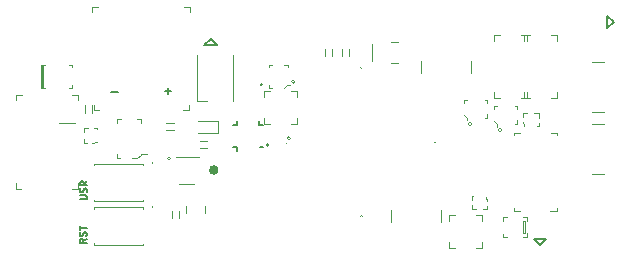
<source format=gbr>
G04 #@! TF.GenerationSoftware,KiCad,Pcbnew,5.1.4+dfsg1-1~bpo10+1*
G04 #@! TF.CreationDate,2020-01-10T16:49:25+01:00*
G04 #@! TF.ProjectId,quicklogic-quick-feather-board,71756963-6b6c-46f6-9769-632d71756963,rev?*
G04 #@! TF.SameCoordinates,Original*
G04 #@! TF.FileFunction,Legend,Top*
G04 #@! TF.FilePolarity,Positive*
%FSLAX46Y46*%
G04 Gerber Fmt 4.6, Leading zero omitted, Abs format (unit mm)*
G04 Created by KiCad (PCBNEW 5.1.4+dfsg1-1~bpo10+1) date 2020-01-10 16:49:25*
%MOMM*%
%LPD*%
G04 APERTURE LIST*
%ADD10C,0.150000*%
%ADD11C,0.120000*%
%ADD12C,0.200000*%
%ADD13C,0.100000*%
%ADD14C,0.400000*%
%ADD15C,0.127000*%
G04 APERTURE END LIST*
D10*
X131766666Y-100750000D02*
X131233333Y-100750000D01*
X136050000Y-100966666D02*
X136050000Y-100433333D01*
X136316666Y-100700000D02*
X135783333Y-100700000D01*
X129151428Y-113218571D02*
X128865714Y-113418571D01*
X129151428Y-113561428D02*
X128551428Y-113561428D01*
X128551428Y-113332857D01*
X128580000Y-113275714D01*
X128608571Y-113247142D01*
X128665714Y-113218571D01*
X128751428Y-113218571D01*
X128808571Y-113247142D01*
X128837142Y-113275714D01*
X128865714Y-113332857D01*
X128865714Y-113561428D01*
X129122857Y-112990000D02*
X129151428Y-112904285D01*
X129151428Y-112761428D01*
X129122857Y-112704285D01*
X129094285Y-112675714D01*
X129037142Y-112647142D01*
X128980000Y-112647142D01*
X128922857Y-112675714D01*
X128894285Y-112704285D01*
X128865714Y-112761428D01*
X128837142Y-112875714D01*
X128808571Y-112932857D01*
X128780000Y-112961428D01*
X128722857Y-112990000D01*
X128665714Y-112990000D01*
X128608571Y-112961428D01*
X128580000Y-112932857D01*
X128551428Y-112875714D01*
X128551428Y-112732857D01*
X128580000Y-112647142D01*
X128551428Y-112475714D02*
X128551428Y-112132857D01*
X129151428Y-112304285D02*
X128551428Y-112304285D01*
X128571428Y-109887142D02*
X129057142Y-109887142D01*
X129114285Y-109858571D01*
X129142857Y-109830000D01*
X129171428Y-109772857D01*
X129171428Y-109658571D01*
X129142857Y-109601428D01*
X129114285Y-109572857D01*
X129057142Y-109544285D01*
X128571428Y-109544285D01*
X129142857Y-109287142D02*
X129171428Y-109201428D01*
X129171428Y-109058571D01*
X129142857Y-109001428D01*
X129114285Y-108972857D01*
X129057142Y-108944285D01*
X129000000Y-108944285D01*
X128942857Y-108972857D01*
X128914285Y-109001428D01*
X128885714Y-109058571D01*
X128857142Y-109172857D01*
X128828571Y-109230000D01*
X128800000Y-109258571D01*
X128742857Y-109287142D01*
X128685714Y-109287142D01*
X128628571Y-109258571D01*
X128600000Y-109230000D01*
X128571428Y-109172857D01*
X128571428Y-109030000D01*
X128600000Y-108944285D01*
X129171428Y-108344285D02*
X128885714Y-108544285D01*
X129171428Y-108687142D02*
X128571428Y-108687142D01*
X128571428Y-108458571D01*
X128600000Y-108401428D01*
X128628571Y-108372857D01*
X128685714Y-108344285D01*
X128771428Y-108344285D01*
X128828571Y-108372857D01*
X128857142Y-108401428D01*
X128885714Y-108458571D01*
X128885714Y-108687142D01*
D11*
X172911000Y-103523000D02*
X171911000Y-103523000D01*
X172911000Y-107763000D02*
X171911000Y-107763000D01*
D10*
X167526000Y-113728000D02*
X168051000Y-113203000D01*
X167001000Y-113203000D02*
X167526000Y-113728000D01*
X168051000Y-113203000D02*
X167001000Y-113203000D01*
D12*
X143980000Y-100170000D02*
G75*
G03X143980000Y-100170000I-70000J0D01*
G01*
D13*
X146780000Y-99940000D02*
G75*
G03X146780000Y-99940000I-150000J0D01*
G01*
X144605000Y-98465000D02*
X144855000Y-98465000D01*
X144605000Y-100415000D02*
X144855000Y-100415000D01*
X146105000Y-100215000D02*
X146330000Y-100215000D01*
X145880000Y-100415000D02*
X146105000Y-100215000D01*
X146155000Y-98490000D02*
X145805000Y-98490000D01*
X146155000Y-98665000D02*
X146155000Y-98490000D01*
X144605000Y-98665000D02*
X144605000Y-98465000D01*
X144605000Y-100415000D02*
X144605000Y-100215000D01*
X161740000Y-103480000D02*
G75*
G03X161740000Y-103480000I-150000J0D01*
G01*
X163065000Y-101455000D02*
X163065000Y-101705000D01*
X161115000Y-101455000D02*
X161115000Y-101705000D01*
X161315000Y-102955000D02*
X161315000Y-103180000D01*
X161115000Y-102730000D02*
X161315000Y-102955000D01*
X163040000Y-103005000D02*
X163040000Y-102655000D01*
X162865000Y-103005000D02*
X163040000Y-103005000D01*
X162865000Y-101455000D02*
X163065000Y-101455000D01*
X161115000Y-101455000D02*
X161315000Y-101455000D01*
X164290000Y-104010000D02*
G75*
G03X164290000Y-104010000I-150000J0D01*
G01*
X165615000Y-101985000D02*
X165615000Y-102235000D01*
X163665000Y-101985000D02*
X163665000Y-102235000D01*
X163865000Y-103485000D02*
X163865000Y-103710000D01*
X163665000Y-103260000D02*
X163865000Y-103485000D01*
X165590000Y-103535000D02*
X165590000Y-103185000D01*
X165415000Y-103535000D02*
X165590000Y-103535000D01*
X165415000Y-101985000D02*
X165615000Y-101985000D01*
X163665000Y-101985000D02*
X163865000Y-101985000D01*
X136260000Y-106400000D02*
G75*
G03X136260000Y-106400000I-150000J0D01*
G01*
D11*
X136735000Y-106250000D02*
X138635000Y-106250000D01*
X136960000Y-108550000D02*
X138260000Y-108550000D01*
D14*
X140100000Y-107400000D02*
G75*
G03X140100000Y-107400000I-200000J0D01*
G01*
D13*
X129619100Y-93550000D02*
X129619100Y-94050000D01*
X129619100Y-93550000D02*
X130119100Y-93550000D01*
X137919100Y-93550000D02*
X137419100Y-93550000D01*
X137919100Y-93550000D02*
X137919100Y-94050000D01*
X137819100Y-102350000D02*
X137319100Y-102350000D01*
X137819100Y-102350000D02*
X137819100Y-101850000D01*
X129719100Y-102350000D02*
X130219100Y-102350000D01*
X129719100Y-102350000D02*
X129719100Y-101850000D01*
X128370000Y-101003600D02*
X127870000Y-101003600D01*
X128370000Y-101003600D02*
X128370000Y-101503600D01*
X123120000Y-101003600D02*
X123670000Y-101003600D01*
X123120000Y-101003600D02*
X123120000Y-101503600D01*
X128120000Y-103403600D02*
X126820000Y-103403600D01*
X128370000Y-109003600D02*
X127870000Y-109003600D01*
X128370000Y-109003600D02*
X128370000Y-108503600D01*
X123120000Y-109003600D02*
X123620000Y-109003600D01*
X123120000Y-109003600D02*
X123120000Y-108503600D01*
X125475000Y-98475000D02*
X125475000Y-100425000D01*
X125375000Y-98475000D02*
X125375000Y-100425000D01*
X127925000Y-98475000D02*
X127925000Y-98700000D01*
X127625000Y-98475000D02*
X127925000Y-98475000D01*
X127925000Y-100425000D02*
X127675000Y-100425000D01*
X127925000Y-100175000D02*
X127925000Y-100425000D01*
X125275000Y-98475000D02*
X125275000Y-100425000D01*
X125625000Y-98475000D02*
X125275000Y-98475000D01*
X125625000Y-100425000D02*
X125275000Y-100425000D01*
D11*
X140230000Y-103230000D02*
X138530000Y-103230000D01*
X140230000Y-104030000D02*
X140230000Y-103230000D01*
X140230000Y-104230000D02*
X140230000Y-104030000D01*
X140130000Y-104230000D02*
X140230000Y-104230000D01*
X140030000Y-104230000D02*
X140130000Y-104230000D01*
X140030000Y-104230000D02*
X138530000Y-104230000D01*
X139170000Y-110430000D02*
X139170000Y-111030000D01*
X137570000Y-110410000D02*
X137570000Y-111010000D01*
X128990000Y-102530000D02*
X128990000Y-101930000D01*
X129590000Y-102530000D02*
X129590000Y-101930000D01*
X139350000Y-105500000D02*
X138750000Y-105500000D01*
X139350000Y-104900000D02*
X138750000Y-104900000D01*
X135890000Y-103420000D02*
X136490000Y-103420000D01*
X135890000Y-104020000D02*
X136490000Y-104020000D01*
X136380000Y-111480000D02*
X136380000Y-110880000D01*
X136980000Y-111480000D02*
X136980000Y-110880000D01*
D13*
X155230000Y-96530000D02*
X155530000Y-96530000D01*
X155230000Y-96530000D02*
X154930000Y-96530000D01*
X155230000Y-98330000D02*
X155530000Y-98330000D01*
X155230000Y-98330000D02*
X154930000Y-98330000D01*
X153330000Y-96730000D02*
X153330000Y-98130000D01*
D11*
X149350000Y-97750000D02*
X149350000Y-97150000D01*
X149950000Y-97750000D02*
X149950000Y-97150000D01*
X150740000Y-97750000D02*
X150740000Y-97150000D01*
X151340000Y-97750000D02*
X151340000Y-97150000D01*
D13*
X165360000Y-104243600D02*
X165860000Y-104243600D01*
X165360000Y-104443600D02*
X165360000Y-104243600D01*
X168960000Y-104243600D02*
X168460000Y-104243600D01*
X168960000Y-104443600D02*
X168960000Y-104243600D01*
X168960000Y-110843600D02*
X168360000Y-110843600D01*
X168960000Y-110643600D02*
X168960000Y-110843600D01*
X165360000Y-110643600D02*
X165360000Y-110843600D01*
X165360000Y-110843600D02*
X165860000Y-110843600D01*
D11*
X129730000Y-110550000D02*
X133930000Y-110550000D01*
X129730000Y-110550000D02*
X129730000Y-110670000D01*
X129730000Y-113730000D02*
X129730000Y-113610000D01*
X129730000Y-113750000D02*
X133930000Y-113750000D01*
X133930000Y-113750000D02*
X133930000Y-113650000D01*
X133930000Y-110550000D02*
X133930000Y-110670000D01*
D15*
X134712250Y-110513200D02*
G75*
G03X134712250Y-110513200I-15650J0D01*
G01*
D11*
X129730000Y-106850000D02*
X133930000Y-106850000D01*
X129730000Y-106850000D02*
X129730000Y-106970000D01*
X129730000Y-110030000D02*
X129730000Y-109910000D01*
X129730000Y-110050000D02*
X133930000Y-110050000D01*
X133930000Y-110050000D02*
X133930000Y-109950000D01*
X133930000Y-106850000D02*
X133930000Y-106970000D01*
D15*
X134712250Y-106813200D02*
G75*
G03X134712250Y-106813200I-15650J0D01*
G01*
D10*
X141550000Y-105470000D02*
X141850000Y-105470000D01*
X141850000Y-105470000D02*
X141850000Y-105770000D01*
X141550000Y-103570000D02*
X141850000Y-103570000D01*
X141850000Y-103570000D02*
X141850000Y-103270000D01*
X144050000Y-103570000D02*
X143750000Y-103570000D01*
X143750000Y-103570000D02*
X143750000Y-103270000D01*
X144050000Y-105470000D02*
X143775000Y-105470000D01*
X144536158Y-105270000D02*
G75*
G03X144536158Y-105270000I-76158J0D01*
G01*
D11*
X154870000Y-110760000D02*
X154870000Y-111760000D01*
X159110000Y-110760000D02*
X159110000Y-111760000D01*
D13*
X131700000Y-106055000D02*
X131700000Y-106380000D01*
X131700000Y-106380000D02*
X132000000Y-106380000D01*
X133700000Y-103405000D02*
X133700000Y-103080000D01*
X133700000Y-103080000D02*
X133400000Y-103080000D01*
X131700000Y-103380000D02*
X131700000Y-103080000D01*
X131700000Y-103080000D02*
X132025000Y-103080000D01*
X133375000Y-106380000D02*
X133700000Y-106155000D01*
X133700000Y-106155000D02*
X133700000Y-106055000D01*
X133700000Y-106055000D02*
X134225000Y-106055000D01*
X133375000Y-106380000D02*
X133000000Y-106380000D01*
D11*
X139300000Y-101580000D02*
X138500000Y-101580000D01*
X138500000Y-101580000D02*
X138500000Y-97680000D01*
X141500000Y-101580000D02*
X141500000Y-97680000D01*
D13*
X166411100Y-101283600D02*
X166411100Y-100783600D01*
X166411100Y-101283600D02*
X165911100Y-101283600D01*
X166411100Y-95983600D02*
X166411100Y-96483600D01*
X166411100Y-95983600D02*
X165911100Y-95983600D01*
X163611100Y-95983600D02*
X163611100Y-96483600D01*
X163611100Y-95983600D02*
X164111100Y-95983600D01*
X163611100Y-101283600D02*
X163611100Y-100783600D01*
X163611100Y-101283600D02*
X164111100Y-101283600D01*
D11*
X172911000Y-98223000D02*
X171911000Y-98223000D01*
X172911000Y-102463000D02*
X171911000Y-102463000D01*
X157480000Y-98140000D02*
X157480000Y-99140000D01*
X161720000Y-98140000D02*
X161720000Y-99140000D01*
D10*
X173235000Y-94357000D02*
X173235000Y-95407000D01*
X173235000Y-95407000D02*
X173760000Y-94882000D01*
X173760000Y-94882000D02*
X173235000Y-94357000D01*
D13*
X146948100Y-100670000D02*
X146448100Y-100670000D01*
X146948100Y-100670000D02*
X146948100Y-101170000D01*
X144150000Y-100670000D02*
X144650000Y-100670000D01*
X144150000Y-100670000D02*
X144150000Y-101170000D01*
X144150000Y-103470000D02*
X144650000Y-103470000D01*
X144150000Y-103470000D02*
X144150000Y-102970000D01*
X146948100Y-103470000D02*
X146448100Y-103470000D01*
X146948100Y-103470000D02*
X146948100Y-102970000D01*
X162594100Y-111224000D02*
X162094100Y-111224000D01*
X162594100Y-111224000D02*
X162594100Y-111724000D01*
X159796000Y-111224000D02*
X160296000Y-111224000D01*
X159796000Y-111224000D02*
X159796000Y-111724000D01*
X159796000Y-114024000D02*
X160296000Y-114024000D01*
X159796000Y-114024000D02*
X159796000Y-113524000D01*
X162594100Y-114024000D02*
X162094100Y-114024000D01*
X162594100Y-114024000D02*
X162594100Y-113524000D01*
X166151000Y-101283000D02*
X166651000Y-101283000D01*
X166151000Y-101283000D02*
X166151000Y-100783000D01*
X166151000Y-95983000D02*
X166651000Y-95983000D01*
X166151000Y-95983000D02*
X166151000Y-96483000D01*
X168951000Y-95983000D02*
X168451000Y-95983000D01*
X168951000Y-95983000D02*
X168951000Y-96483000D01*
X168951000Y-101283000D02*
X168451000Y-101283000D01*
X168951000Y-101283000D02*
X168951000Y-100783000D01*
X146407276Y-104701034D02*
G75*
G03X146407276Y-104701034I-148660J0D01*
G01*
D11*
X146066750Y-105060711D02*
X145996039Y-105131421D01*
X152360000Y-111212540D02*
X152430711Y-111283250D01*
X152289289Y-111283250D02*
X152360000Y-111212540D01*
X158582540Y-104990000D02*
X158653250Y-105060711D01*
X158653250Y-104919289D02*
X158582540Y-104990000D01*
X152360000Y-98767460D02*
X152289289Y-98696750D01*
X152430711Y-98696750D02*
X152360000Y-98767460D01*
D10*
X139636000Y-96278000D02*
X139111000Y-96803000D01*
X139111000Y-96803000D02*
X140161000Y-96803000D01*
X140161000Y-96803000D02*
X139636000Y-96278000D01*
D13*
X161730000Y-110720000D02*
X161730000Y-110345000D01*
X162130000Y-110720000D02*
X161730000Y-110720000D01*
X161730000Y-109620000D02*
X161830000Y-109620000D01*
X161730000Y-109895000D02*
X161730000Y-109620000D01*
X163030000Y-110720000D02*
X163030000Y-110445000D01*
X162705000Y-110720000D02*
X163030000Y-110720000D01*
X162955000Y-109795000D02*
X162955000Y-109645000D01*
X163030000Y-109895000D02*
X162955000Y-109795000D01*
X163030000Y-109895000D02*
X163030000Y-110020000D01*
X167400000Y-102590000D02*
X167400000Y-102965000D01*
X167000000Y-102590000D02*
X167400000Y-102590000D01*
X167400000Y-103690000D02*
X167300000Y-103690000D01*
X167400000Y-103415000D02*
X167400000Y-103690000D01*
X166100000Y-102590000D02*
X166100000Y-102865000D01*
X166425000Y-102590000D02*
X166100000Y-102590000D01*
X166175000Y-103515000D02*
X166175000Y-103665000D01*
X166100000Y-103415000D02*
X166175000Y-103515000D01*
X166100000Y-103415000D02*
X166100000Y-103290000D01*
X128900000Y-103800000D02*
X129275000Y-103800000D01*
X128900000Y-104200000D02*
X128900000Y-103800000D01*
X130000000Y-103800000D02*
X130000000Y-103900000D01*
X129725000Y-103800000D02*
X130000000Y-103800000D01*
X128900000Y-105100000D02*
X129175000Y-105100000D01*
X128900000Y-104775000D02*
X128900000Y-105100000D01*
X129825000Y-105025000D02*
X129975000Y-105025000D01*
X129725000Y-105100000D02*
X129825000Y-105025000D01*
X129725000Y-105100000D02*
X129600000Y-105100000D01*
X166445000Y-113045000D02*
X166445000Y-112745000D01*
X166070000Y-113045000D02*
X166445000Y-113045000D01*
X164395000Y-113045000D02*
X164395000Y-112770000D01*
X164720000Y-113045000D02*
X164395000Y-113045000D01*
X164395000Y-111395000D02*
X164695000Y-111395000D01*
X164395000Y-111720000D02*
X164395000Y-111395000D01*
X166070000Y-111405000D02*
X166445000Y-111405000D01*
X166445000Y-111705000D02*
X166445000Y-111405000D01*
X166120000Y-112720000D02*
X166220000Y-112720000D01*
X166120000Y-111720000D02*
X166120000Y-112720000D01*
X166220000Y-111720000D02*
X166120000Y-111720000D01*
X166220000Y-112720000D02*
X166220000Y-111720000D01*
M02*

</source>
